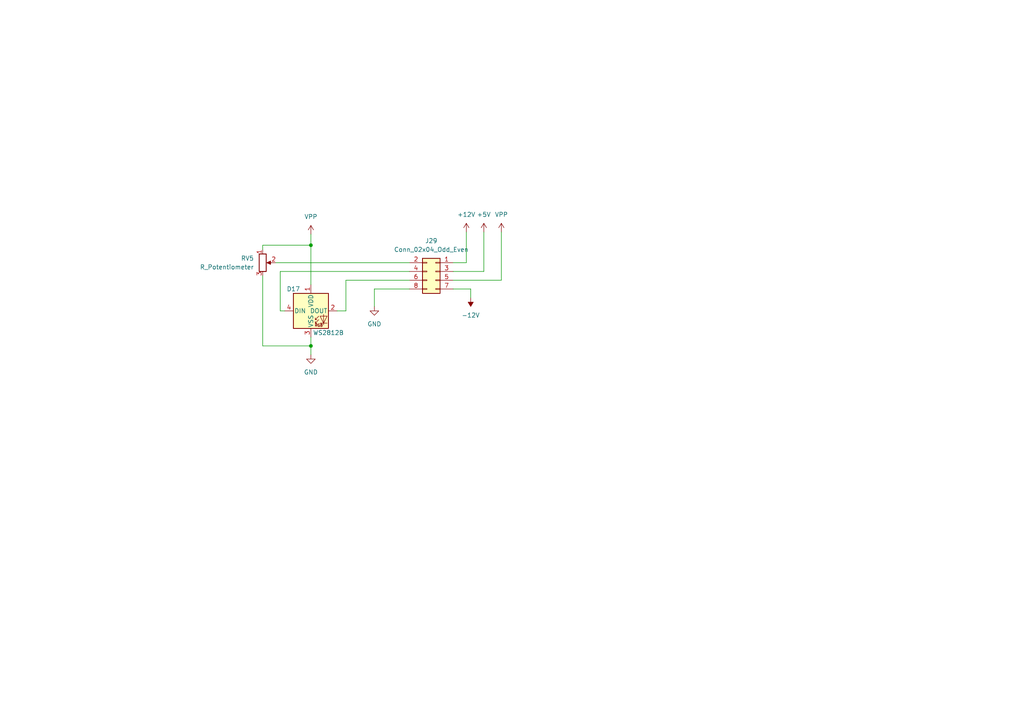
<source format=kicad_sch>
(kicad_sch (version 20211123) (generator eeschema)
  (paper "A4")
  (lib_symbols
    (symbol "Connector_Generic:Conn_02x04_Odd_Even" (pin_names (offset 1.016) hide)
      (property "Reference" "J" (at 1.27 5.08 0))
      (property "Value" "Conn_02x04_Odd_Even" (at 1.27 -7.62 0))
      (symbol "Conn_02x04_Odd_Even_1_1"
        (rectangle (start -1.27 -4.953) (end 0 -5.207) (stroke (width 0.1524)))
        (rectangle (start -1.27 -2.413) (end 0 -2.667) (stroke (width 0.1524)))
        (rectangle (start -1.27 0.127) (end 0 -0.127) (stroke (width 0.1524)))
        (rectangle (start -1.27 2.667) (end 0 2.413) (stroke (width 0.1524)))
        (rectangle (start -1.27 3.81) (end 3.81 -6.35) (stroke (width 0.254)) (fill (type background)))
        (rectangle (start 3.81 -4.953) (end 2.54 -5.207) (stroke (width 0.1524)))
        (rectangle (start 3.81 -2.413) (end 2.54 -2.667) (stroke (width 0.1524)))
        (rectangle (start 3.81 0.127) (end 2.54 -0.127) (stroke (width 0.1524)))
        (rectangle (start 3.81 2.667) (end 2.54 2.413) (stroke (width 0.1524)))
        (pin passive line (at -5.08 2.54 0) (length 3.81) (name "Pin_1") (number "1"))
        (pin passive line (at 7.62 2.54 180) (length 3.81) (name "Pin_2") (number "2"))
        (pin passive line (at -5.08 0 0) (length 3.81) (name "Pin_3") (number "3"))
        (pin passive line (at 7.62 0 180) (length 3.81) (name "Pin_4") (number "4"))
        (pin passive line (at -5.08 -2.54 0) (length 3.81) (name "Pin_5") (number "5"))
        (pin passive line (at 7.62 -2.54 180) (length 3.81) (name "Pin_6") (number "6"))
        (pin passive line (at -5.08 -5.08 0) (length 3.81) (name "Pin_7") (number "7"))
        (pin passive line (at 7.62 -5.08 180) (length 3.81) (name "Pin_8") (number "8"))
      )
    )
    (symbol "Device:R_Potentiometer" (pin_names (offset 1.016) hide)
      (property "Reference" "RV" (at -4.445 0 90))
      (property "Value" "R_Potentiometer" (at -2.54 0 90))
      (symbol "R_Potentiometer_0_1"
        (polyline (pts (xy 2.54 0) (xy 1.524 0)))
        (polyline (pts (xy 1.143 0) (xy 2.286 0.508) (xy 2.286 -0.508) (xy 1.143 0)) (fill (type outline)))
        (rectangle (start 1.016 2.54) (end -1.016 -2.54) (stroke (width 0.254)))
      )
      (symbol "R_Potentiometer_1_1"
        (pin passive line (at 0 3.81 270) (length 1.27) (name "1") (number "1"))
        (pin passive line (at 3.81 0 180) (length 1.27) (name "2") (number "2"))
        (pin passive line (at 0 -3.81 90) (length 1.27) (name "3") (number "3"))
      )
    )
    (symbol "LED:WS2812B" (pin_names (offset 0.254))
      (property "Reference" "D" (at 5.08 5.715 0))
      (property "Value" "WS2812B" (at 1.27 -5.715 0))
      (symbol "WS2812B_0_0"
        (text "RGB" (at 2.286 -4.191 0) (effects (font (size 0.762 0.762))))
      )
      (symbol "WS2812B_0_1"
        (polyline (pts (xy 1.27 -3.556) (xy 1.778 -3.556)))
        (polyline (pts (xy 1.27 -2.54) (xy 1.778 -2.54)))
        (polyline (pts (xy 4.699 -3.556) (xy 2.667 -3.556)))
        (polyline (pts (xy 2.286 -2.54) (xy 1.27 -3.556) (xy 1.27 -3.048)))
        (polyline (pts (xy 2.286 -1.524) (xy 1.27 -2.54) (xy 1.27 -2.032)))
        (polyline (pts (xy 3.683 -1.016) (xy 3.683 -3.556) (xy 3.683 -4.064)))
        (polyline (pts (xy 4.699 -1.524) (xy 2.667 -1.524) (xy 3.683 -3.556) (xy 4.699 -1.524)))
        (rectangle (start 5.08 5.08) (end -5.08 -5.08) (stroke (width 0.254)) (fill (type background)))
      )
      (symbol "WS2812B_1_1"
        (pin power_in line (at 0 7.62 270) (length 2.54) (name "VDD") (number "1"))
        (pin output line (at 7.62 0 180) (length 2.54) (name "DOUT") (number "2"))
        (pin power_in line (at 0 -7.62 90) (length 2.54) (name "VSS") (number "3"))
        (pin input line (at -7.62 0 0) (length 2.54) (name "DIN") (number "4"))
      )
    )
    (symbol "power:+12V" (power) (pin_names (offset 0))
      (property "Value" "+12V" (at 0 3.556 0))
      (symbol "+12V_0_1"
        (polyline (pts (xy -0.762 1.27) (xy 0 2.54)))
        (polyline (pts (xy 0 0) (xy 0 2.54)))
        (polyline (pts (xy 0 2.54) (xy 0.762 1.27)))
      )
      (symbol "+12V_1_1"
        (pin power_in line (at 0 0 90) (length 0) hide (name "+12V") (number "1"))
      )
    )
    (symbol "power:+5V" (power) (pin_names (offset 0))
      (property "Value" "+5V" (at 0 3.556 0))
      (symbol "+5V_0_1"
        (polyline (pts (xy -0.762 1.27) (xy 0 2.54)))
        (polyline (pts (xy 0 0) (xy 0 2.54)))
        (polyline (pts (xy 0 2.54) (xy 0.762 1.27)))
      )
      (symbol "+5V_1_1"
        (pin power_in line (at 0 0 90) (length 0) hide (name "+5V") (number "1"))
      )
    )
    (symbol "power:-12V" (power) (pin_names (offset 0))
      (property "Value" "-12V" (at 0 3.81 0))
      (symbol "-12V_0_0"
        (pin power_in line (at 0 0 90) (length 0) hide (name "-12V") (number "1"))
      )
      (symbol "-12V_0_1"
        (polyline (pts (xy 0 0) (xy 0 1.27) (xy 0.762 1.27) (xy 0 2.54) (xy -0.762 1.27) (xy 0 1.27)) (fill (type outline)))
      )
    )
    (symbol "power:GND" (power) (pin_names (offset 0))
      (property "Value" "GND" (at 0 -3.81 0))
      (symbol "GND_0_1"
        (polyline (pts (xy 0 0) (xy 0 -1.27) (xy 1.27 -1.27) (xy 0 -2.54) (xy -1.27 -1.27) (xy 0 -1.27)))
      )
      (symbol "GND_1_1"
        (pin power_in line (at 0 0 270) (length 0) hide (name "GND") (number "1"))
      )
    )
    (symbol "power:VPP" (power) (pin_names (offset 0))
      (property "Value" "VPP" (at 0 3.81 0))
      (symbol "VPP_0_1"
        (polyline (pts (xy -0.762 1.27) (xy 0 2.54)))
        (polyline (pts (xy 0 0) (xy 0 2.54)))
        (polyline (pts (xy 0 2.54) (xy 0.762 1.27)))
      )
      (symbol "VPP_1_1"
        (pin power_in line (at 0 0 90) (length 0) hide (name "VPP") (number "1"))
      )
    )
  )
  (junction (at 90.17 100.33))
  (junction (at 90.17 71.12))
  (wire (pts (xy 76.2 80.01) (xy 76.2 100.33)))
  (wire (pts (xy 145.415 81.28) (xy 145.415 67.31)))
  (wire (pts (xy 76.2 100.33) (xy 90.17 100.33)))
  (wire (pts (xy 131.445 81.28) (xy 145.415 81.28)))
  (wire (pts (xy 90.17 71.12) (xy 90.17 82.55)))
  (wire (pts (xy 118.745 83.82) (xy 108.585 83.82)))
  (wire (pts (xy 76.2 72.39) (xy 76.2 71.12)))
  (wire (pts (xy 100.33 81.28) (xy 118.745 81.28)))
  (wire (pts (xy 90.17 100.33) (xy 90.17 97.79)))
  (wire (pts (xy 140.335 78.74) (xy 131.445 78.74)))
  (wire (pts (xy 80.01 76.2) (xy 118.745 76.2)))
  (wire (pts (xy 90.17 67.945) (xy 90.17 71.12)))
  (wire (pts (xy 100.33 90.17) (xy 100.33 81.28)))
  (wire (pts (xy 97.79 90.17) (xy 100.33 90.17)))
  (wire (pts (xy 140.335 67.31) (xy 140.335 78.74)))
  (wire (pts (xy 136.525 83.82) (xy 136.525 86.36)))
  (wire (pts (xy 76.2 71.12) (xy 90.17 71.12)))
  (wire (pts (xy 90.17 100.33) (xy 90.17 102.87)))
  (wire (pts (xy 131.445 83.82) (xy 136.525 83.82)))
  (wire (pts (xy 108.585 83.82) (xy 108.585 88.9)))
  (wire (pts (xy 81.28 78.74) (xy 118.745 78.74)))
  (wire (pts (xy 135.255 67.31) (xy 135.255 76.2)))
  (wire (pts (xy 81.28 90.17) (xy 81.28 78.74)))
  (wire (pts (xy 82.55 90.17) (xy 81.28 90.17)))
  (wire (pts (xy 131.445 76.2) (xy 135.255 76.2)))
  (symbol (lib_id "LED:WS2812B") (at 90.17 90.17 0) (unit 1)
    (property "Reference" "D17" (at 85.09 83.82 0))
    (property "Value" "WS2812B" (at 95.25 96.52 0))
    (property "Footprint" "LED_SMD:LED_WS2812B_PLCC4_5.0x5.0mm_P3.2mm" (effects hide))
    (property "Datasheet" "https://cdn-shop.adafruit.com/datasheets/WS2812B.pdf" (effects hide))
  )
  (symbol (lib_id "power:GND") (at 90.17 102.87 0) (mirror y) (unit 1)
    (property "Reference" "#PWR0198" (effects hide))
    (property "Value" "GND" (at 90.17 107.95 0))
  )
  (symbol (lib_id "Connector_Generic:Conn_02x04_Odd_Even") (at 126.365 78.74 0) (mirror y) (unit 1)
    (property "Reference" "J29" (at 125.095 69.85 0))
    (property "Value" "Conn_02x04_Odd_Even" (at 125.095 72.39 0))
    (property "Footprint" "Connector_PinHeader_2.54mm:PinHeader_2x04_P2.54mm_Vertical" (effects hide))
  )
  (symbol (lib_id "power:GND") (at 108.585 88.9 0) (unit 1)
    (property "Reference" "#PWR0205" (effects hide))
    (property "Value" "GND" (at 108.585 93.98 0))
  )
  (symbol (lib_id "power:-12V") (at 136.525 86.36 180) (unit 1)
    (property "Reference" "#PWR0206" (effects hide))
    (property "Value" "-12V" (at 136.525 91.44 0))
  )
  (symbol (lib_id "power:VPP") (at 145.415 67.31 0) (unit 1)
    (property "Reference" "#PWR0199" (effects hide))
    (property "Value" "VPP" (at 145.415 62.23 0))
  )
  (symbol (lib_id "power:+12V") (at 135.255 67.31 0) (unit 1)
    (property "Reference" "#PWR0207" (effects hide))
    (property "Value" "+12V" (at 135.255 62.23 0))
  )
  (symbol (lib_id "Device:R_Potentiometer") (at 76.2 76.2 0) (unit 1)
    (property "Reference" "RV5" (at 73.66 74.9299 0) (effects (justify right)))
    (property "Value" "R_Potentiometer" (at 73.66 77.4699 0) (effects (justify right)))
    (property "Footprint" "Potentiometer_THT:Potentiometer_Alpha_RD901F-40-00D_Single_Vertical_CircularHoles" (effects hide))
  )
  (symbol (lib_id "power:VPP") (at 90.17 67.945 0) (unit 1)
    (property "Reference" "#PWR0197" (effects hide))
    (property "Value" "VPP" (at 90.17 62.865 0))
  )
  (symbol (lib_id "power:+5V") (at 140.335 67.31 0) (unit 1)
    (property "Reference" "#PWR0208" (effects hide))
    (property "Value" "+5V" (at 140.335 62.23 0))
  )
)
</source>
